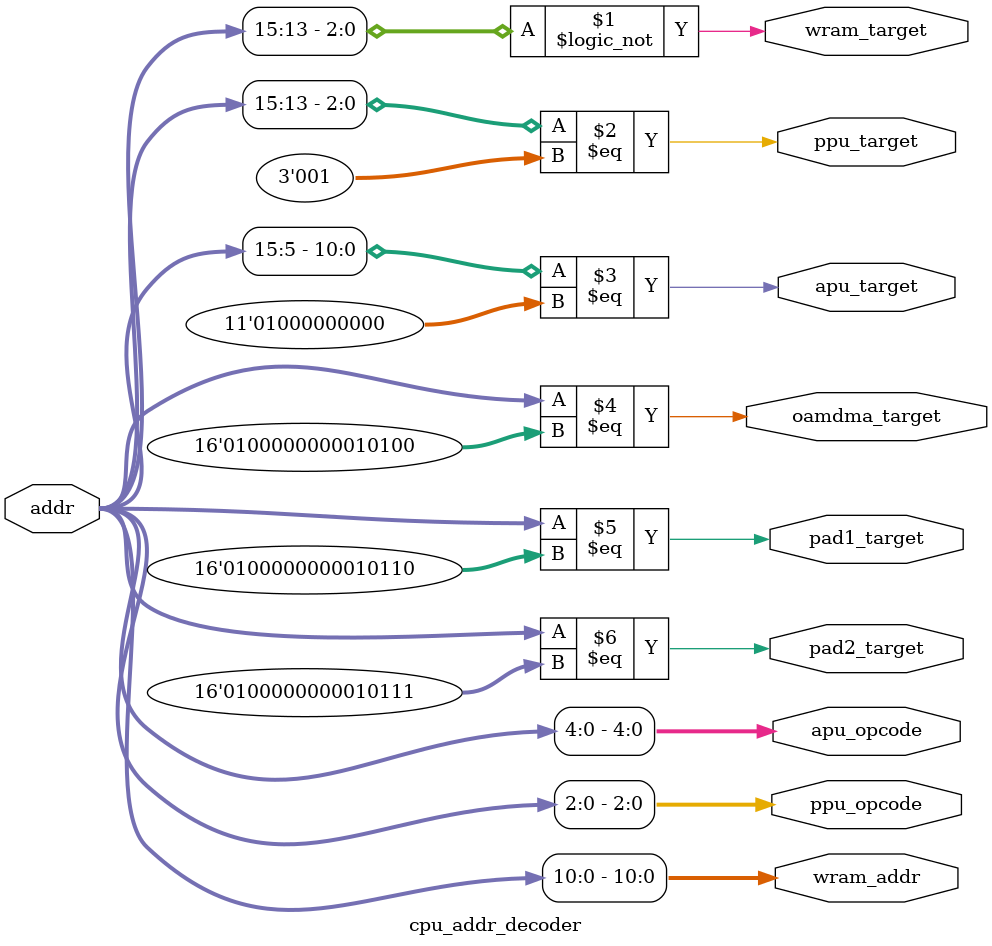
<source format=sv>
module cpu_addr_decoder (
    input  logic [15:0] addr,

    // output logic [15:0] prg_addr,
    output logic [10:0] wram_addr,
    output logic [2:0] ppu_opcode,
    output logic [4:0] apu_opcode,

    // output logic prg_target,
    output logic wram_target,
    output logic ppu_target,
    output logic apu_target,
    output logic oamdma_target,
    output logic pad1_target,
    output logic pad2_target
);

    // assign prg_addr = addr;
    assign wram_addr = addr[10:0];
    assign ppu_opcode = addr[2:0];
    assign apu_opcode = addr[4:0];

    assign wram_target = (addr[15:13] == 3'b000);           // 0000-1FFF
    assign ppu_target = (addr[15:13] == 3'b001);            // 2000-3FFF
    assign apu_target = (addr[15:5] == 11'b0100_0000_000);  // 4000-401F
    assign oamdma_target = (addr == 16'h4014);
    assign pad1_target = (addr == 16'h4016);
    assign pad2_target = (addr == 16'h4017);

endmodule

</source>
